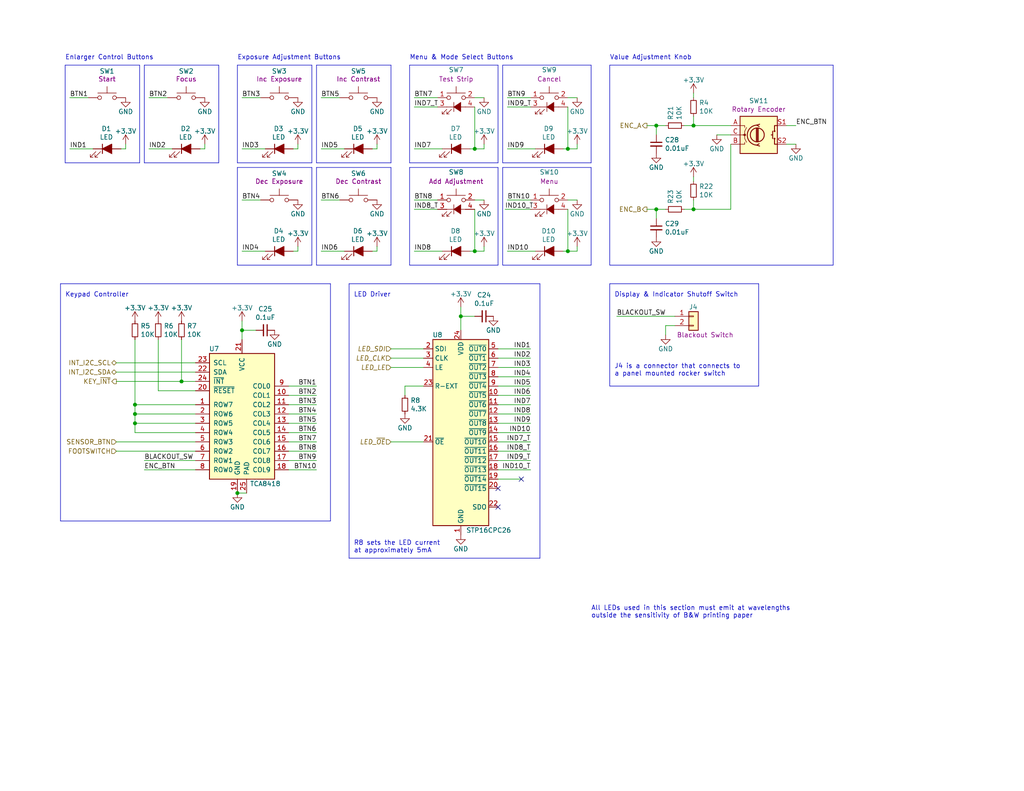
<source format=kicad_sch>
(kicad_sch (version 20230121) (generator eeschema)
  (paper "USLetter")
  (title_block (title "Printalyzer - Main Board (User Input)") (date "2023-03-16") (rev "B") (company "Dektronics, Inc.") (comment 1 "Derek Konigsberg"))
  (lib_symbols
    (symbol "Connector_Generic:Conn_01x02" (pin_names (offset 1.016) hide)
      (property "Reference" "J" (at 0 2.54 0))
      (property "Value" "Conn_01x02" (at 0 -5.08 0))
      (symbol "Conn_01x02_1_1"
        (pin passive line (at -5.08 0 0) (length 3.81) (name "Pin_1") (number "1"))
        (pin passive line (at -5.08 -2.54 0) (length 3.81) (name "Pin_2") (number "2"))
      )
    )
    (symbol "Device:C_Small" (pin_numbers hide) (pin_names (offset 0.254) hide)
      (property "Reference" "C" (at 0.254 1.778 0))
      (property "Value" "C_Small" (at 0.254 -2.032 0))
      (symbol "C_Small_1_1"
        (pin passive line (at 0 2.54 270) (length 2.032) (name "~") (number "1"))
        (pin passive line (at 0 -2.54 90) (length 2.032) (name "~") (number "2"))
      )
    )
    (symbol "Device:LED_Filled" (pin_numbers hide) (pin_names (offset 1.016) hide)
      (property "Reference" "D" (at 0 2.54 0))
      (property "Value" "LED_Filled" (at 0 -2.54 0))
      (symbol "LED_Filled_1_1"
        (pin passive line (at -3.81 0 0) (length 2.54) (name "K") (number "1"))
        (pin passive line (at 3.81 0 180) (length 2.54) (name "A") (number "2"))
      )
    )
    (symbol "Device:R_Small" (pin_numbers hide) (pin_names (offset 0.254) hide)
      (property "Reference" "R" (at 0.762 0.508 0))
      (property "Value" "R_Small" (at 0.762 -1.016 0))
      (symbol "R_Small_1_1"
        (pin passive line (at 0 2.54 270) (length 0.762) (name "~") (number "1"))
        (pin passive line (at 0 -2.54 90) (length 0.762) (name "~") (number "2"))
      )
    )
    (symbol "Device:RotaryEncoder_Switch" (pin_names (offset 0.254) hide)
      (property "Reference" "SW" (at 0 6.604 0))
      (property "Value" "RotaryEncoder_Switch" (at 0 -6.604 0))
      (symbol "RotaryEncoder_Switch_1_1"
        (pin passive line (at -7.62 2.54 0) (length 2.54) (name "A") (number "A"))
        (pin passive line (at -7.62 -2.54 0) (length 2.54) (name "B") (number "B"))
        (pin passive line (at -7.62 0 0) (length 2.54) (name "C") (number "C"))
        (pin passive line (at 7.62 2.54 180) (length 2.54) (name "S1") (number "S1"))
        (pin passive line (at 7.62 -2.54 180) (length 2.54) (name "S2") (number "S2"))
      )
    )
    (symbol "Marquadt_Switch:SW_Key_6425_0101" (pin_numbers hide) (pin_names (offset 1.016) hide)
      (property "Reference" "SW" (at 1.27 2.54 0))
      (property "Value" "SW_Key_6425_0101" (at 0 -1.524 0))
      (symbol "SW_Key_6425_0101_0_1"
        (pin passive line (at -5.08 0 0) (length 2.54) (name "1") (number "1"))
        (pin passive line (at 5.08 0 180) (length 2.54) (name "2") (number "2"))
      )
    )
    (symbol "Marquadt_Switch:SW_Key_6425_0101_LED" (pin_names (offset 1.016) hide)
      (property "Reference" "SW" (at 0.635 5.715 0))
      (property "Value" "SW_Key_6425_0101_LED" (at 0 -3.175 0))
      (symbol "SW_Key_6425_0101_LED_0_1"
        (pin passive line (at -5.08 2.54 0) (length 2.54) (name "1") (number "1"))
        (pin passive line (at 5.08 2.54 180) (length 2.54) (name "2") (number "2"))
        (pin passive line (at -5.08 0 0) (length 2.54) (name "K") (number "3"))
        (pin passive line (at 5.08 0 180) (length 2.54) (name "A") (number "4"))
      )
    )
    (symbol "Marquadt_Switch:SW_Key_6425_1101_023" (pin_numbers hide) (pin_names (offset 1.016) hide)
      (property "Reference" "SW" (at 1.27 2.54 0))
      (property "Value" "SW_Key_6425_1101_023" (at 0 -1.524 0))
      (symbol "SW_Key_6425_1101_023_0_1"
        (pin passive line (at -5.08 0 0) (length 2.54) (name "1") (number "1"))
        (pin passive line (at 5.08 0 180) (length 2.54) (name "2") (number "2"))
      )
    )
    (symbol "Project:STP16CPC26"
      (property "Reference" "U" (at -7.62 26.67 0))
      (property "Value" "STP16CPC26" (at 1.27 26.67 0))
      (symbol "STP16CPC26_1_1"
        (pin power_in line (at 0 -27.94 90) (length 2.54) (name "GND") (number "1"))
        (pin output line (at 10.16 10.16 180) (length 2.54) (name "~{OUT5}") (number "10"))
        (pin output line (at 10.16 7.62 180) (length 2.54) (name "~{OUT6}") (number "11"))
        (pin output line (at 10.16 5.08 180) (length 2.54) (name "~{OUT7}") (number "12"))
        (pin output line (at 10.16 2.54 180) (length 2.54) (name "~{OUT8}") (number "13"))
        (pin output line (at 10.16 0 180) (length 2.54) (name "~{OUT9}") (number "14"))
        (pin output line (at 10.16 -2.54 180) (length 2.54) (name "~{OUT10}") (number "15"))
        (pin output line (at 10.16 -5.08 180) (length 2.54) (name "~{OUT11}") (number "16"))
        (pin output line (at 10.16 -7.62 180) (length 2.54) (name "~{OUT12}") (number "17"))
        (pin output line (at 10.16 -10.16 180) (length 2.54) (name "~{OUT13}") (number "18"))
        (pin output line (at 10.16 -12.7 180) (length 2.54) (name "~{OUT14}") (number "19"))
        (pin input line (at -10.16 22.86 0) (length 2.54) (name "SDI") (number "2"))
        (pin output line (at 10.16 -15.24 180) (length 2.54) (name "~{OUT15}") (number "20"))
        (pin input line (at -10.16 -2.54 0) (length 2.54) (name "~{OE}") (number "21"))
        (pin output line (at 10.16 -20.32 180) (length 2.54) (name "SDO") (number "22"))
        (pin passive line (at -10.16 12.7 0) (length 2.54) (name "R-EXT") (number "23"))
        (pin power_in line (at 0 27.94 270) (length 2.54) (name "VDD") (number "24"))
        (pin input line (at -10.16 20.32 0) (length 2.54) (name "CLK") (number "3"))
        (pin input line (at -10.16 17.78 0) (length 2.54) (name "LE") (number "4"))
        (pin output line (at 10.16 22.86 180) (length 2.54) (name "~{OUT0}") (number "5"))
        (pin output line (at 10.16 20.32 180) (length 2.54) (name "~{OUT1}") (number "6"))
        (pin output line (at 10.16 17.78 180) (length 2.54) (name "~{OUT2}") (number "7"))
        (pin output line (at 10.16 15.24 180) (length 2.54) (name "~{OUT3}") (number "8"))
        (pin output line (at 10.16 12.7 180) (length 2.54) (name "~{OUT4}") (number "9"))
      )
    )
    (symbol "Project:TCA8418" (pin_names (offset 1.016))
      (property "Reference" "U" (at -8.89 19.05 0))
      (property "Value" "TCA8418" (at 1.27 19.05 0))
      (property "Datasheet" "http://www.ti.com/lit/ds/symlink/tca8418.pdf" (at 2.54 -2.54 0))
      (symbol "TCA8418_1_1"
        (pin bidirectional line (at -12.7 3.81 0) (length 3.81) (name "ROW7") (number "1"))
        (pin bidirectional line (at 12.7 6.35 180) (length 3.81) (name "COL1") (number "10"))
        (pin bidirectional line (at 12.7 3.81 180) (length 3.81) (name "COL2") (number "11"))
        (pin bidirectional line (at 12.7 1.27 180) (length 3.81) (name "COL3") (number "12"))
        (pin bidirectional line (at 12.7 -1.27 180) (length 3.81) (name "COL4") (number "13"))
        (pin bidirectional line (at 12.7 -3.81 180) (length 3.81) (name "COL5") (number "14"))
        (pin bidirectional line (at 12.7 -6.35 180) (length 3.81) (name "COL6") (number "15"))
        (pin bidirectional line (at 12.7 -8.89 180) (length 3.81) (name "COL7") (number "16"))
        (pin bidirectional line (at 12.7 -11.43 180) (length 3.81) (name "COL8") (number "17"))
        (pin bidirectional line (at 12.7 -13.97 180) (length 3.81) (name "COL9") (number "18"))
        (pin power_in line (at -1.27 -20.32 90) (length 3.81) (name "GND") (number "19"))
        (pin bidirectional line (at -12.7 1.27 0) (length 3.81) (name "ROW6") (number "2"))
        (pin input line (at -12.7 7.62 0) (length 3.81) (name "~{RESET}") (number "20"))
        (pin power_in line (at 0 21.59 270) (length 3.81) (name "VCC") (number "21"))
        (pin bidirectional line (at -12.7 12.7 0) (length 3.81) (name "SDA") (number "22"))
        (pin input line (at -12.7 15.24 0) (length 3.81) (name "SCL") (number "23"))
        (pin open_collector line (at -12.7 10.16 0) (length 3.81) (name "~{INT}") (number "24"))
        (pin power_in line (at 1.27 -20.32 90) (length 3.81) (name "PAD") (number "25"))
        (pin bidirectional line (at -12.7 -1.27 0) (length 3.81) (name "ROW5") (number "3"))
        (pin bidirectional line (at -12.7 -3.81 0) (length 3.81) (name "ROW4") (number "4"))
        (pin bidirectional line (at -12.7 -6.35 0) (length 3.81) (name "ROW3") (number "5"))
        (pin bidirectional line (at -12.7 -8.89 0) (length 3.81) (name "ROW2") (number "6"))
        (pin bidirectional line (at -12.7 -11.43 0) (length 3.81) (name "ROW1") (number "7"))
        (pin bidirectional line (at -12.7 -13.97 0) (length 3.81) (name "ROW0") (number "8"))
        (pin bidirectional line (at 12.7 8.89 180) (length 3.81) (name "COL0") (number "9"))
      )
    )
    (symbol "power:+3.3V" (power) (pin_names (offset 0))
      (property "Value" "+3.3V" (at 0 3.556 0))
      (symbol "+3.3V_1_1"
        (pin power_in line (at 0 0 90) (length 0) hide (name "+3.3V") (number "1"))
      )
    )
    (symbol "power:GND" (power) (pin_names (offset 0))
      (property "Value" "GND" (at 0 -3.81 0))
      (symbol "GND_1_1"
        (pin power_in line (at 0 0 270) (length 0) hide (name "GND") (number "1"))
      )
    )
  )
  (junction (at 129.54 68.58))
  (junction (at 125.73 86.36))
  (junction (at 189.23 34.29))
  (junction (at 154.94 40.64))
  (junction (at 64.77 134.62))
  (junction (at 179.07 34.29))
  (junction (at 66.04 90.17))
  (junction (at 189.23 57.15))
  (junction (at 49.53 104.14))
  (junction (at 36.83 113.03))
  (junction (at 129.54 40.64))
  (junction (at 36.83 110.49))
  (junction (at 179.07 57.15))
  (junction (at 36.83 115.57))
  (junction (at 154.94 68.58))
  (no_connect (at 142.24 130.81))
  (no_connect (at 135.89 133.35))
  (no_connect (at 135.89 138.43))
  (wire (pts (xy 53.34 104.14) (xy 49.53 104.14)))
  (wire (pts (xy 135.89 123.19) (xy 144.78 123.19)))
  (wire (pts (xy 135.89 113.03) (xy 144.78 113.03)))
  (wire (pts (xy 19.05 40.64) (xy 25.4 40.64)))
  (wire (pts (xy 31.75 123.19) (xy 53.34 123.19)))
  (wire (pts (xy 69.85 90.17) (xy 66.04 90.17)))
  (polyline (pts (xy 64.77 44.45) (xy 85.09 44.45)))
  (polyline (pts (xy 86.36 44.45) (xy 106.68 44.45)))
  (wire (pts (xy 102.87 67.31) (xy 102.87 68.58)))
  (wire (pts (xy 199.39 34.29) (xy 189.23 34.29)))
  (wire (pts (xy 129.54 57.15) (xy 129.54 68.58)))
  (wire (pts (xy 81.28 39.37) (xy 81.28 40.64)))
  (wire (pts (xy 129.54 86.36) (xy 125.73 86.36)))
  (wire (pts (xy 78.74 115.57) (xy 86.36 115.57)))
  (wire (pts (xy 138.43 29.21) (xy 144.78 29.21)))
  (polyline (pts (xy 59.69 44.45) (xy 59.69 17.78)))
  (wire (pts (xy 66.04 87.63) (xy 66.04 90.17)))
  (wire (pts (xy 67.31 134.62) (xy 64.77 134.62)))
  (polyline (pts (xy 166.37 72.39) (xy 227.33 72.39)))
  (wire (pts (xy 199.39 39.37) (xy 199.39 57.15)))
  (wire (pts (xy 40.64 40.64) (xy 46.99 40.64)))
  (polyline (pts (xy 147.32 152.4) (xy 147.32 77.47)))
  (wire (pts (xy 179.07 59.69) (xy 179.07 57.15)))
  (wire (pts (xy 135.89 105.41) (xy 144.78 105.41)))
  (polyline (pts (xy 86.36 45.72) (xy 86.36 72.39)))
  (wire (pts (xy 189.23 48.26) (xy 189.23 49.53)))
  (polyline (pts (xy 95.25 152.4) (xy 147.32 152.4)))
  (wire (pts (xy 113.03 54.61) (xy 119.38 54.61)))
  (wire (pts (xy 36.83 110.49) (xy 36.83 113.03)))
  (wire (pts (xy 102.87 39.37) (xy 102.87 40.64)))
  (polyline (pts (xy 106.68 72.39) (xy 106.68 45.72)))
  (polyline (pts (xy 64.77 72.39) (xy 85.09 72.39)))
  (polyline (pts (xy 166.37 105.41) (xy 207.01 105.41)))
  (polyline (pts (xy 85.09 17.78) (xy 64.77 17.78)))
  (wire (pts (xy 135.89 97.79) (xy 144.78 97.79)))
  (wire (pts (xy 78.74 118.11) (xy 86.36 118.11)))
  (wire (pts (xy 66.04 26.67) (xy 71.12 26.67)))
  (wire (pts (xy 154.94 40.64) (xy 153.67 40.64)))
  (polyline (pts (xy 90.17 77.47) (xy 16.51 77.47)))
  (wire (pts (xy 87.63 54.61) (xy 92.71 54.61)))
  (wire (pts (xy 157.48 26.67) (xy 154.94 26.67)))
  (wire (pts (xy 157.48 39.37) (xy 157.48 40.64)))
  (wire (pts (xy 87.63 68.58) (xy 93.98 68.58)))
  (wire (pts (xy 66.04 68.58) (xy 72.39 68.58)))
  (polyline (pts (xy 85.09 45.72) (xy 64.77 45.72)))
  (polyline (pts (xy 86.36 72.39) (xy 106.68 72.39)))
  (polyline (pts (xy 227.33 17.78) (xy 166.37 17.78)))
  (wire (pts (xy 115.57 105.41) (xy 110.49 105.41)))
  (polyline (pts (xy 135.89 45.72) (xy 111.76 45.72)))
  (polyline (pts (xy 227.33 72.39) (xy 227.33 17.78)))
  (polyline (pts (xy 207.01 77.47) (xy 166.37 77.47)))
  (wire (pts (xy 214.63 39.37) (xy 217.17 39.37)))
  (wire (pts (xy 106.68 95.25) (xy 115.57 95.25)))
  (wire (pts (xy 55.88 40.64) (xy 54.61 40.64)))
  (wire (pts (xy 129.54 26.67) (xy 132.08 26.67)))
  (wire (pts (xy 189.23 25.4) (xy 189.23 26.67)))
  (polyline (pts (xy 106.68 17.78) (xy 86.36 17.78)))
  (wire (pts (xy 181.61 88.9) (xy 181.61 91.44)))
  (wire (pts (xy 53.34 128.27) (xy 39.37 128.27)))
  (wire (pts (xy 132.08 68.58) (xy 129.54 68.58)))
  (polyline (pts (xy 161.29 44.45) (xy 161.29 17.78)))
  (wire (pts (xy 135.89 128.27) (xy 144.78 128.27)))
  (polyline (pts (xy 39.37 44.45) (xy 59.69 44.45)))
  (wire (pts (xy 31.75 101.6) (xy 53.34 101.6)))
  (wire (pts (xy 115.57 97.79) (xy 106.68 97.79)))
  (polyline (pts (xy 95.25 77.47) (xy 95.25 152.4)))
  (wire (pts (xy 113.03 57.15) (xy 119.38 57.15)))
  (wire (pts (xy 55.88 39.37) (xy 55.88 40.64)))
  (wire (pts (xy 157.48 54.61) (xy 154.94 54.61)))
  (wire (pts (xy 154.94 57.15) (xy 154.94 68.58)))
  (wire (pts (xy 179.07 34.29) (xy 176.53 34.29)))
  (wire (pts (xy 135.89 107.95) (xy 144.78 107.95)))
  (wire (pts (xy 113.03 29.21) (xy 119.38 29.21)))
  (wire (pts (xy 138.43 26.67) (xy 144.78 26.67)))
  (wire (pts (xy 34.29 40.64) (xy 33.02 40.64)))
  (polyline (pts (xy 17.78 44.45) (xy 38.1 44.45)))
  (polyline (pts (xy 135.89 44.45) (xy 135.89 17.78)))
  (wire (pts (xy 78.74 120.65) (xy 86.36 120.65)))
  (wire (pts (xy 81.28 40.64) (xy 80.01 40.64)))
  (wire (pts (xy 142.24 130.81) (xy 135.89 130.81)))
  (wire (pts (xy 199.39 36.83) (xy 195.58 36.83)))
  (wire (pts (xy 189.23 54.61) (xy 189.23 57.15)))
  (wire (pts (xy 135.89 120.65) (xy 144.78 120.65)))
  (polyline (pts (xy 166.37 77.47) (xy 166.37 105.41)))
  (polyline (pts (xy 147.32 77.47) (xy 95.25 77.47)))
  (wire (pts (xy 66.04 40.64) (xy 72.39 40.64)))
  (wire (pts (xy 135.89 115.57) (xy 144.78 115.57)))
  (wire (pts (xy 179.07 57.15) (xy 176.53 57.15)))
  (wire (pts (xy 78.74 123.19) (xy 86.36 123.19)))
  (polyline (pts (xy 161.29 17.78) (xy 137.16 17.78)))
  (polyline (pts (xy 90.17 142.24) (xy 90.17 77.47)))
  (wire (pts (xy 137.795 57.15) (xy 144.78 57.15)))
  (wire (pts (xy 53.34 120.65) (xy 31.75 120.65)))
  (wire (pts (xy 78.74 128.27) (xy 86.36 128.27)))
  (wire (pts (xy 214.63 34.29) (xy 217.17 34.29)))
  (polyline (pts (xy 64.77 17.78) (xy 64.77 44.45)))
  (polyline (pts (xy 39.37 17.78) (xy 39.37 44.45)))
  (wire (pts (xy 36.83 115.57) (xy 36.83 118.11)))
  (wire (pts (xy 157.48 40.64) (xy 154.94 40.64)))
  (wire (pts (xy 53.34 99.06) (xy 31.75 99.06)))
  (wire (pts (xy 181.61 57.15) (xy 179.07 57.15)))
  (wire (pts (xy 199.39 57.15) (xy 189.23 57.15)))
  (wire (pts (xy 53.34 110.49) (xy 36.83 110.49)))
  (wire (pts (xy 34.29 39.37) (xy 34.29 40.64)))
  (wire (pts (xy 78.74 107.95) (xy 86.36 107.95)))
  (wire (pts (xy 125.73 86.36) (xy 125.73 90.17)))
  (wire (pts (xy 135.89 102.87) (xy 144.78 102.87)))
  (polyline (pts (xy 38.1 17.78) (xy 17.78 17.78)))
  (wire (pts (xy 36.83 113.03) (xy 36.83 115.57)))
  (wire (pts (xy 135.89 118.11) (xy 144.78 118.11)))
  (wire (pts (xy 189.23 57.15) (xy 186.69 57.15)))
  (wire (pts (xy 184.15 86.36) (xy 168.275 86.36)))
  (wire (pts (xy 81.28 67.31) (xy 81.28 68.58)))
  (polyline (pts (xy 17.78 17.78) (xy 17.78 44.45)))
  (wire (pts (xy 129.54 68.58) (xy 128.27 68.58)))
  (wire (pts (xy 66.04 54.61) (xy 71.12 54.61)))
  (wire (pts (xy 39.37 125.73) (xy 53.34 125.73)))
  (polyline (pts (xy 86.36 17.78) (xy 86.36 44.45)))
  (wire (pts (xy 113.03 26.67) (xy 119.38 26.67)))
  (wire (pts (xy 102.87 40.64) (xy 101.6 40.64)))
  (wire (pts (xy 189.23 34.29) (xy 186.69 34.29)))
  (wire (pts (xy 78.74 110.49) (xy 86.36 110.49)))
  (polyline (pts (xy 207.01 105.41) (xy 207.01 77.47)))
  (polyline (pts (xy 111.76 45.72) (xy 111.76 72.39)))
  (wire (pts (xy 184.15 88.9) (xy 181.61 88.9)))
  (wire (pts (xy 115.57 120.65) (xy 106.68 120.65)))
  (wire (pts (xy 78.74 113.03) (xy 86.36 113.03)))
  (wire (pts (xy 138.43 68.58) (xy 146.05 68.58)))
  (polyline (pts (xy 106.68 45.72) (xy 86.36 45.72)))
  (polyline (pts (xy 16.51 142.24) (xy 90.17 142.24)))
  (wire (pts (xy 49.53 92.71) (xy 49.53 104.14)))
  (wire (pts (xy 53.34 106.68) (xy 43.18 106.68)))
  (polyline (pts (xy 111.76 44.45) (xy 135.89 44.45)))
  (wire (pts (xy 132.08 40.64) (xy 129.54 40.64)))
  (wire (pts (xy 157.48 67.31) (xy 157.48 68.58)))
  (polyline (pts (xy 85.09 44.45) (xy 85.09 17.78)))
  (wire (pts (xy 135.89 110.49) (xy 144.78 110.49)))
  (polyline (pts (xy 106.68 44.45) (xy 106.68 17.78)))
  (wire (pts (xy 78.74 125.73) (xy 86.36 125.73)))
  (wire (pts (xy 53.34 113.03) (xy 36.83 113.03)))
  (wire (pts (xy 113.03 40.64) (xy 120.65 40.64)))
  (wire (pts (xy 40.64 26.67) (xy 45.72 26.67)))
  (wire (pts (xy 179.07 36.83) (xy 179.07 34.29)))
  (wire (pts (xy 189.23 31.75) (xy 189.23 34.29)))
  (wire (pts (xy 110.49 105.41) (xy 110.49 107.95)))
  (wire (pts (xy 78.74 105.41) (xy 86.36 105.41)))
  (polyline (pts (xy 85.09 72.39) (xy 85.09 45.72)))
  (polyline (pts (xy 166.37 17.78) (xy 166.37 72.39)))
  (wire (pts (xy 53.34 118.11) (xy 36.83 118.11)))
  (wire (pts (xy 43.18 106.68) (xy 43.18 92.71)))
  (polyline (pts (xy 137.16 72.39) (xy 161.29 72.39)))
  (polyline (pts (xy 137.16 45.72) (xy 137.16 72.39)))
  (wire (pts (xy 154.94 68.58) (xy 153.67 68.58)))
  (wire (pts (xy 87.63 40.64) (xy 93.98 40.64)))
  (wire (pts (xy 36.83 92.71) (xy 36.83 110.49)))
  (polyline (pts (xy 135.89 72.39) (xy 135.89 45.72)))
  (wire (pts (xy 113.03 68.58) (xy 120.65 68.58)))
  (wire (pts (xy 157.48 68.58) (xy 154.94 68.58)))
  (wire (pts (xy 129.54 54.61) (xy 132.08 54.61)))
  (polyline (pts (xy 64.77 45.72) (xy 64.77 72.39)))
  (polyline (pts (xy 38.1 44.45) (xy 38.1 17.78)))
  (wire (pts (xy 102.87 68.58) (xy 101.6 68.58)))
  (wire (pts (xy 181.61 34.29) (xy 179.07 34.29)))
  (wire (pts (xy 129.54 29.21) (xy 129.54 40.64)))
  (polyline (pts (xy 161.29 45.72) (xy 137.16 45.72)))
  (polyline (pts (xy 111.76 17.78) (xy 111.76 44.45)))
  (wire (pts (xy 19.05 26.67) (xy 24.13 26.67)))
  (wire (pts (xy 87.63 26.67) (xy 92.71 26.67)))
  (wire (pts (xy 135.89 125.73) (xy 144.78 125.73)))
  (wire (pts (xy 129.54 40.64) (xy 128.27 40.64)))
  (polyline (pts (xy 111.76 72.39) (xy 135.89 72.39)))
  (polyline (pts (xy 16.51 77.47) (xy 16.51 142.24)))
  (wire (pts (xy 138.43 40.64) (xy 146.05 40.64)))
  (wire (pts (xy 154.94 29.21) (xy 154.94 40.64)))
  (wire (pts (xy 138.43 54.61) (xy 144.78 54.61)))
  (polyline (pts (xy 137.16 17.78) (xy 137.16 44.45)))
  (polyline (pts (xy 161.29 72.39) (xy 161.29 45.72)))
  (polyline (pts (xy 137.16 44.45) (xy 161.29 44.45)))
  (wire (pts (xy 135.89 100.33) (xy 144.78 100.33)))
  (polyline (pts (xy 59.69 17.78) (xy 39.37 17.78)))
  (wire (pts (xy 125.73 83.82) (xy 125.73 86.36)))
  (wire (pts (xy 106.68 100.33) (xy 115.57 100.33)))
  (wire (pts (xy 66.04 90.17) (xy 66.04 92.71)))
  (wire (pts (xy 132.08 39.37) (xy 132.08 40.64)))
  (polyline (pts (xy 135.89 17.78) (xy 111.76 17.78)))
  (wire (pts (xy 53.34 115.57) (xy 36.83 115.57)))
  (wire (pts (xy 135.89 95.25) (xy 144.78 95.25)))
  (wire (pts (xy 81.28 68.58) (xy 80.01 68.58)))
  (wire (pts (xy 49.53 104.14) (xy 31.75 104.14)))
  (wire (pts (xy 132.08 67.31) (xy 132.08 68.58)))
  (text "Menu & Mode Select Buttons" (at 111.76 16.51 0) (effects (font (size 1.27 1.27)) (justify left bottom)))
  (text "Enlarger Control Buttons" (at 17.78 16.51 0) (effects (font (size 1.27 1.27)) (justify left bottom)))
  (text "Keypad Controller" (at 17.78 81.28 0) (effects (font (size 1.27 1.27)) (justify left bottom)))
  (text "Exposure Adjustment Buttons" (at 64.77 16.51 0) (effects (font (size 1.27 1.27)) (justify left bottom)))
  (text "Display & Indicator Shutoff Switch" (at 167.64 81.28 0) (effects (font (size 1.27 1.27)) (justify left bottom)))
  (text "All LEDs used in this section must emit at wavelengths\noutside the sensitivity of B&W printing paper" (at 161.29 168.91 0) (effects (font (size 1.27 1.27)) (justify left bottom)))
  (text "Value Adjustment Knob" (at 166.37 16.51 0) (effects (font (size 1.27 1.27)) (justify left bottom)))
  (text "LED Driver" (at 96.52 81.28 0) (effects (font (size 1.27 1.27)) (justify left bottom)))
  (text "R8 sets the LED current\nat approximately 5mA" (at 96.52 151.13 0) (effects (font (size 1.27 1.27)) (justify left bottom)))
  (text "J4 is a connector that connects to\na panel mounted rocker switch" (at 167.64 102.87 0) (effects (font (size 1.27 1.27)) (justify left bottom)))
  (label "BTN8" (at 86.36 123.19 180))
  (label "IND10" (at 144.78 118.11 180))
  (label "BTN10" (at 86.36 128.27 180))
  (label "BTN8" (at 113.03 54.61 0))
  (label "BTN9" (at 86.36 125.73 180))
  (label "IND7_T" (at 144.78 120.65 180))
  (label "ENC_BTN" (at 39.37 128.27 0))
  (label "IND8_T" (at 113.03 57.15 0))
  (label "IND3" (at 144.78 100.33 180))
  (label "BTN4" (at 86.36 113.03 180))
  (label "BTN5" (at 86.36 115.57 180))
  (label "IND10" (at 138.43 68.58 0))
  (label "BTN2" (at 86.36 107.95 180))
  (label "IND9" (at 144.78 115.57 180))
  (label "BTN1" (at 86.36 105.41 180))
  (label "BTN3" (at 86.36 110.49 180))
  (label "IND5" (at 144.78 105.41 180))
  (label "IND10_T" (at 137.795 57.15 0))
  (label "BLACKOUT_SW" (at 168.275 86.36 0))
  (label "IND7_T" (at 113.03 29.21 0))
  (label "BTN10" (at 138.43 54.61 0))
  (label "BLACKOUT_SW" (at 39.37 125.73 0))
  (label "BTN2" (at 40.64 26.67 0))
  (label "IND2" (at 144.78 97.79 180))
  (label "IND9_T" (at 138.43 29.21 0))
  (label "IND7" (at 113.03 40.64 0))
  (label "IND4" (at 66.04 68.58 0))
  (label "BTN5" (at 87.63 26.67 0))
  (label "ENC_BTN" (at 217.17 34.29 0))
  (label "IND3" (at 66.04 40.64 0))
  (label "BTN7" (at 113.03 26.67 0))
  (label "IND5" (at 87.63 40.64 0))
  (label "IND8_T" (at 144.78 123.19 180))
  (label "IND1" (at 19.05 40.64 0))
  (label "IND1" (at 144.78 95.25 180))
  (label "IND4" (at 144.78 102.87 180))
  (label "IND8" (at 144.78 113.03 180))
  (label "IND6" (at 87.63 68.58 0))
  (label "IND8" (at 113.03 68.58 0))
  (label "BTN6" (at 87.63 54.61 0))
  (label "IND2" (at 40.64 40.64 0))
  (label "IND6" (at 144.78 107.95 180))
  (label "BTN6" (at 86.36 118.11 180))
  (label "BTN7" (at 86.36 120.65 180))
  (label "BTN1" (at 19.05 26.67 0))
  (label "BTN9" (at 138.43 26.67 0))
  (label "IND10_T" (at 144.78 128.27 180))
  (label "IND7" (at 144.78 110.49 180))
  (label "BTN4" (at 66.04 54.61 0))
  (label "BTN3" (at 66.04 26.67 0))
  (label "IND9" (at 138.43 40.64 0))
  (label "IND9_T" (at 144.78 125.73 180))
  (hierarchical_label "KEY_~{INT}" (shape output) (at 31.75 104.14 180))
  (hierarchical_label "LED_SDI" (shape input) (at 106.68 95.25 180) (effects (font italic)))
  (hierarchical_label "LED_CLK" (shape input) (at 106.68 97.79 180) (effects (font italic)))
  (hierarchical_label "SENSOR_BTN" (shape input) (at 31.75 120.65 180))
  (hierarchical_label "FOOTSWITCH" (shape input) (at 31.75 123.19 180))
  (hierarchical_label "ENC_B" (shape output) (at 176.53 57.15 180))
  (hierarchical_label "LED_LE" (shape input) (at 106.68 100.33 180) (effects (font italic)))
  (hierarchical_label "INT_I2C_SDA" (shape bidirectional) (at 31.75 101.6 180))
  (hierarchical_label "LED_~{OE}" (shape input) (at 106.68 120.65 180) (effects (font italic)))
  (hierarchical_label "ENC_A" (shape output) (at 176.53 34.29 180))
  (hierarchical_label "INT_I2C_SCL" (shape bidirectional) (at 31.75 99.06 180))
  (symbol (lib_id "Project:TCA8418") (at 66.04 114.3 0) (unit 1)
    (property "Reference" "U7" (at 58.42 95.25 0))
    (property "Value" "TCA8418" (at 72.39 132.08 0))
    (property "Footprint" "lib_fp:WQFN-24-1EP_4x4mm_P0.5mm_EP2.45x2.45mm" (effects hide))
    (property "Datasheet" "http://www.ti.com/lit/ds/symlink/tca8418.pdf" (effects hide))
    (property "Description" "IC KEYPAD SCAN DEVICE I2C 24WQFN" (effects hide))
    (property "Manufacturer" "Texas Instruments" (effects hide))
    (property "Manufacturer PN" "TCA8418RTWR" (effects hide))
    (property "Supplier" "Digi-Key" (effects hide))
    (property "Supplier PN" "296-25223-1-ND" (effects hide))
  )
  (symbol (lib_id "Marquadt_Switch:SW_Key_6425_1101_023") (at 29.21 26.67 0) (unit 1)
    (property "Reference" "SW1" (at 29.21 19.431 0))
    (property "Value" "SW_Push_Long" (effects hide))
    (property "Footprint" "lib_fp:SW_Key_6425_1101_023" (effects hide))
    (property "Datasheet" "https://www.marquardt-switches.com/PLM-uploads/kzeichnung/64251101_00_K.pdf" (effects hide))
    (property "User Label" "Start" (at 29.21 21.59 0))
    (property "Description" "PUSHBUTTON SPNO" (effects hide))
    (property "Manufacturer" "Marquardt Switches" (effects hide))
    (property "Manufacturer PN" "6425.1101" (effects hide))
    (property "Supplier" "Mouser" (effects hide))
    (property "Supplier PN" "979-6425.1101" (effects hide))
  )
  (symbol (lib_id "Marquadt_Switch:SW_Key_6425_1101_023") (at 50.8 26.67 0) (unit 1)
    (property "Reference" "SW2" (at 50.8 19.431 0))
    (property "Value" "SW_Push_Long" (effects hide))
    (property "Footprint" "lib_fp:SW_Key_6425_1101_023" (effects hide))
    (property "Datasheet" "https://www.marquardt-switches.com/PLM-uploads/kzeichnung/64251101_00_K.pdf" (effects hide))
    (property "User Label" "Focus" (at 50.8 21.59 0))
    (property "Description" "PUSHBUTTON SPNO" (effects hide))
    (property "Manufacturer" "Marquardt Switches" (effects hide))
    (property "Manufacturer PN" "6425.1101" (effects hide))
    (property "Supplier" "Mouser" (effects hide))
    (property "Supplier PN" "979-6425.1101" (effects hide))
  )
  (symbol (lib_id "Marquadt_Switch:SW_Key_6425_0101") (at 76.2 26.67 0) (unit 1)
    (property "Reference" "SW3" (at 76.2 19.431 0))
    (property "Value" "SW_Push" (effects hide))
    (property "Footprint" "lib_fp:SW_Key_6425_0101" (effects hide))
    (property "Datasheet" "https://www.marquardt-switches.com/PLM-uploads/kzeichnung/64250101_00_K.pdf" (effects hide))
    (property "User Label" "Inc Exposure" (at 76.2 21.59 0))
    (property "Description" "PUSHBUTTON SPNO" (effects hide))
    (property "Manufacturer" "Marquardt Switches" (effects hide))
    (property "Manufacturer PN" "6425.0101" (effects hide))
    (property "Supplier" "Mouser" (effects hide))
    (property "Supplier PN" "979-6425.0101" (effects hide))
  )
  (symbol (lib_id "Marquadt_Switch:SW_Key_6425_0101") (at 97.79 54.61 0) (unit 1)
    (property "Reference" "SW6" (at 97.79 47.371 0))
    (property "Value" "SW_Push" (effects hide))
    (property "Footprint" "lib_fp:SW_Key_6425_0101" (effects hide))
    (property "Datasheet" "https://www.marquardt-switches.com/PLM-uploads/kzeichnung/64250101_00_K.pdf" (effects hide))
    (property "User Label" "Dec Contrast" (at 97.79 49.53 0))
    (property "Description" "PUSHBUTTON SPNO" (effects hide))
    (property "Manufacturer" "Marquardt Switches" (effects hide))
    (property "Manufacturer PN" "6425.0101" (effects hide))
    (property "Supplier" "Mouser" (effects hide))
    (property "Supplier PN" "979-6425.0101" (effects hide))
  )
  (symbol (lib_id "Marquadt_Switch:SW_Key_6425_0101") (at 97.79 26.67 0) (unit 1)
    (property "Reference" "SW5" (at 97.79 19.431 0))
    (property "Value" "SW_Push" (effects hide))
    (property "Footprint" "lib_fp:SW_Key_6425_0101" (effects hide))
    (property "Datasheet" "https://www.marquardt-switches.com/PLM-uploads/kzeichnung/64250101_00_K.pdf" (effects hide))
    (property "User Label" "Inc Contrast" (at 97.79 21.59 0))
    (property "Description" "PUSHBUTTON SPNO" (effects hide))
    (property "Manufacturer" "Marquardt Switches" (effects hide))
    (property "Manufacturer PN" "6425.0101" (effects hide))
    (property "Supplier" "Mouser" (effects hide))
    (property "Supplier PN" "979-6425.0101" (effects hide))
  )
  (symbol (lib_id "Marquadt_Switch:SW_Key_6425_0101") (at 76.2 54.61 0) (unit 1)
    (property "Reference" "SW4" (at 76.2 47.371 0))
    (property "Value" "SW_Push" (effects hide))
    (property "Footprint" "lib_fp:SW_Key_6425_0101" (effects hide))
    (property "Datasheet" "https://www.marquardt-switches.com/PLM-uploads/kzeichnung/64250101_00_K.pdf" (effects hide))
    (property "User Label" "Dec Exposure" (at 76.2 49.53 0))
    (property "Description" "PUSHBUTTON SPNO" (effects hide))
    (property "Manufacturer" "Marquardt Switches" (effects hide))
    (property "Manufacturer PN" "6425.0101" (effects hide))
    (property "Supplier" "Mouser" (effects hide))
    (property "Supplier PN" "979-6425.0101" (effects hide))
  )
  (symbol (lib_id "Marquadt_Switch:SW_Key_6425_0101_LED") (at 124.46 29.21 0) (unit 1)
    (property "Reference" "SW7" (at 124.46 19.05 0))
    (property "Value" "SW_Push_LED" (effects hide))
    (property "Footprint" "lib_fp:SW_Key_6425_0101_LED" (effects hide))
    (property "Datasheet" "https://www.marquardt-switches.com/PLM-uploads/kzeichnung/64250101_00_K.pdf" (effects hide))
    (property "User Label" "Test Strip" (at 124.46 21.59 0))
    (property "Description" "PUSHBUTTON SPNO RED LED" (effects hide))
    (property "Manufacturer" "Marquardt Switches" (effects hide))
    (property "Manufacturer PN" "6425.3111" (effects hide))
    (property "Supplier" "Mouser" (effects hide))
    (property "Supplier PN" "979-6425.3111" (effects hide))
  )
  (symbol (lib_id "Marquadt_Switch:SW_Key_6425_0101_LED") (at 124.46 57.15 0) (unit 1)
    (property "Reference" "SW8" (at 124.46 46.99 0))
    (property "Value" "SW_Push_LED" (effects hide))
    (property "Footprint" "lib_fp:SW_Key_6425_0101_LED" (effects hide))
    (property "Datasheet" "https://www.marquardt-switches.com/PLM-uploads/kzeichnung/64250101_00_K.pdf" (effects hide))
    (property "User Label" "Add Adjustment" (at 124.46 49.53 0))
    (property "Description" "PUSHBUTTON SPNO RED LED" (effects hide))
    (property "Manufacturer" "Marquardt Switches" (effects hide))
    (property "Manufacturer PN" "6425.3111" (effects hide))
    (property "Supplier" "Mouser" (effects hide))
    (property "Supplier PN" "979-6425.3111" (effects hide))
  )
  (symbol (lib_id "Marquadt_Switch:SW_Key_6425_0101_LED") (at 149.86 29.21 0) (unit 1)
    (property "Reference" "SW9" (at 149.86 19.05 0))
    (property "Value" "SW_Push_LED" (effects hide))
    (property "Footprint" "lib_fp:SW_Key_6425_0101_LED" (effects hide))
    (property "Datasheet" "https://www.marquardt-switches.com/PLM-uploads/kzeichnung/64250101_00_K.pdf" (effects hide))
    (property "User Label" "Cancel" (at 149.86 21.59 0))
    (property "Description" "PUSHBUTTON SPNO RED LED" (effects hide))
    (property "Manufacturer" "Marquardt Switches" (effects hide))
    (property "Manufacturer PN" "6425.3111" (effects hide))
    (property "Supplier" "Mouser" (effects hide))
    (property "Supplier PN" "979-6425.3111" (effects hide))
  )
  (symbol (lib_id "Marquadt_Switch:SW_Key_6425_0101_LED") (at 149.86 57.15 0) (unit 1)
    (property "Reference" "SW10" (at 149.86 46.99 0))
    (property "Value" "SW_Push_LED" (effects hide))
    (property "Footprint" "lib_fp:SW_Key_6425_0101_LED" (effects hide))
    (property "Datasheet" "https://www.marquardt-switches.com/PLM-uploads/kzeichnung/64250101_00_K.pdf" (effects hide))
    (property "User Label" "Menu" (at 149.86 49.53 0))
    (property "Description" "PUSHBUTTON SPNO RED LED" (effects hide))
    (property "Manufacturer" "Marquardt Switches" (effects hide))
    (property "Manufacturer PN" "6425.3111" (effects hide))
    (property "Supplier" "Mouser" (effects hide))
    (property "Supplier PN" "979-6425.3111" (effects hide))
  )
  (symbol (lib_id "Project:STP16CPC26") (at 125.73 118.11 0) (unit 1)
    (property "Reference" "U8" (at 119.38 91.44 0))
    (property "Value" "STP16CPC26" (at 133.35 144.78 0))
    (property "Footprint" "Package_SO:QSOP-24_3.9x8.7mm_P0.635mm" (effects hide))
    (property "Datasheet" "https://www.st.com/resource/en/datasheet/stp16cpc26.pdf" (effects hide))
    (property "Description" "IC LED DRVR LIN DIM 90MA 24QSOP" (effects hide))
    (property "Manufacturer" "STMicroelectronics" (effects hide))
    (property "Manufacturer PN" "STP16CPC26PTR" (effects hide))
    (property "Supplier" "Digi-Key" (effects hide))
    (property "Supplier PN" "497-11923-1-ND" (effects hide))
  )
  (symbol (lib_id "power:+3.3V") (at 125.73 83.82 0) (unit 1)
    (property "Reference" "#PWR060" (effects hide))
    (property "Value" "+3.3V" (at 125.73 80.264 0))
  )
  (symbol (lib_id "Device:C_Small") (at 132.08 86.36 270) (unit 1)
    (property "Reference" "C24" (at 132.08 80.5434 90))
    (property "Value" "0.1uF" (at 132.08 82.8548 90))
    (property "Footprint" "Capacitor_SMD:C_0603_1608Metric" (effects hide))
    (property "Datasheet" "https://media.digikey.com/pdf/Data%20Sheets/Samsung%20PDFs/CL_Series_MLCC_ds.pdf" (effects hide))
    (property "Description" "CAP CER 0.1UF 25V X7R 0603" (effects hide))
    (property "Manufacturer" "Samsung Electro-Mechanics" (effects hide))
    (property "Manufacturer PN" "CL10B104KA8NNNC" (effects hide))
    (property "Supplier" "Digi-Key" (effects hide))
    (property "Supplier PN" "1276-1006-1-ND" (effects hide))
  )
  (symbol (lib_id "power:GND") (at 134.62 86.36 0) (unit 1)
    (property "Reference" "#PWR061" (effects hide))
    (property "Value" "GND" (at 134.62 90.17 0))
  )
  (symbol (lib_id "Device:R_Small") (at 110.49 110.49 0) (unit 1)
    (property "Reference" "R8" (at 111.9886 109.3216 0) (effects (justify left)))
    (property "Value" "4.3K" (at 111.9886 111.633 0) (effects (justify left)))
    (property "Footprint" "Resistor_SMD:R_0603_1608Metric" (effects hide))
    (property "Datasheet" "https://www.vishay.com/docs/20035/dcrcwe3.pdf" (effects hide))
    (property "Description" "RES SMD 4.3K OHM 5% 1/10W 0603" (effects hide))
    (property "Manufacturer" "Vishay Dale" (effects hide))
    (property "Manufacturer PN" "CRCW06034K30JNEA" (effects hide))
    (property "Supplier" "Digi-Key" (effects hide))
    (property "Supplier PN" "541-4.3KGCT-ND" (effects hide))
  )
  (symbol (lib_id "power:GND") (at 125.73 146.05 0) (unit 1)
    (property "Reference" "#PWR069" (effects hide))
    (property "Value" "GND" (at 125.73 149.86 0))
  )
  (symbol (lib_id "power:GND") (at 110.49 113.03 0) (unit 1)
    (property "Reference" "#PWR067" (effects hide))
    (property "Value" "GND" (at 110.49 116.84 0))
  )
  (symbol (lib_id "Device:RotaryEncoder_Switch") (at 207.01 36.83 0) (unit 1)
    (property "Reference" "SW11" (at 207.01 27.5082 0))
    (property "Value" "Rotary_Encoder_Switch" (effects hide))
    (property "Footprint" "lib_fp:RotaryEncoder_CUI_ACZ11BR1E-Switch_Vertical_H15mm" (effects hide))
    (property "Datasheet" "https://www.cuidevices.com/product/resource/digikeypdf/acz11.pdf" (effects hide))
    (property "User Label" "Rotary Encoder" (at 207.01 29.845 0))
    (property "Description" "ROTARY ENCODER INCREMENT 20PPR" (effects hide))
    (property "Manufacturer" "CUI Devices" (effects hide))
    (property "Manufacturer PN" "ACZ11BR1E-15FD1-20C" (effects hide))
    (property "Supplier" "Digi-Key" (effects hide))
    (property "Supplier PN" "102-1767-ND" (effects hide))
  )
  (symbol (lib_id "Device:R_Small") (at 189.23 29.21 0) (unit 1)
    (property "Reference" "R4" (at 190.7286 28.0416 0) (effects (justify left)))
    (property "Value" "10K" (at 190.7286 30.353 0) (effects (justify left)))
    (property "Footprint" "Resistor_SMD:R_0603_1608Metric" (effects hide))
    (property "Datasheet" "https://www.vishay.com/docs/20035/dcrcwe3.pdf" (effects hide))
    (property "Description" "RES SMD 10K OHM 5% 1/10W 0603" (effects hide))
    (property "Manufacturer" "Vishay Dale" (effects hide))
    (property "Manufacturer PN" "CRCW060310K0JNEA" (effects hide))
    (property "Supplier" "Digi-Key" (effects hide))
    (property "Supplier PN" "541-10KGCT-ND" (effects hide))
  )
  (symbol (lib_id "Device:R_Small") (at 184.15 34.29 90) (unit 1)
    (property "Reference" "R21" (at 182.9816 32.7914 0) (effects (justify left)))
    (property "Value" "10K" (at 185.293 32.7914 0) (effects (justify left)))
    (property "Footprint" "Resistor_SMD:R_0603_1608Metric" (effects hide))
    (property "Datasheet" "https://www.vishay.com/docs/20035/dcrcwe3.pdf" (effects hide))
    (property "Description" "RES SMD 10K OHM 5% 1/10W 0603" (effects hide))
    (property "Manufacturer" "Vishay Dale" (effects hide))
    (property "Manufacturer PN" "CRCW060310K0JNEA" (effects hide))
    (property "Supplier" "Digi-Key" (effects hide))
    (property "Supplier PN" "541-10KGCT-ND" (effects hide))
  )
  (symbol (lib_id "power:GND") (at 195.58 36.83 0) (unit 1)
    (property "Reference" "#PWR075" (effects hide))
    (property "Value" "GND" (at 195.58 40.64 0))
  )
  (symbol (lib_id "Device:C_Small") (at 179.07 39.37 0) (unit 1)
    (property "Reference" "C28" (at 181.4068 38.2016 0) (effects (justify left)))
    (property "Value" "0.01uF" (at 181.4068 40.513 0) (effects (justify left)))
    (property "Footprint" "Capacitor_SMD:C_0603_1608Metric" (effects hide))
    (property "Datasheet" "https://media.digikey.com/pdf/Data%20Sheets/Samsung%20PDFs/CL_Series_MLCC_ds.pdf" (effects hide))
    (property "Description" "CAP CER 10000PF 25V X7R 0603" (effects hide))
    (property "Manufacturer" "Samsung Electro-Mechanics" (effects hide))
    (property "Manufacturer PN" "CL10B103KA8NNNC" (effects hide))
    (property "Supplier" "Digi-Key" (effects hide))
    (property "Supplier PN" "1276-1132-1-ND" (effects hide))
  )
  (symbol (lib_id "power:GND") (at 179.07 41.91 0) (unit 1)
    (property "Reference" "#PWR077" (effects hide))
    (property "Value" "GND" (at 179.07 45.72 0))
  )
  (symbol (lib_id "power:+3.3V") (at 189.23 25.4 0) (unit 1)
    (property "Reference" "#PWR013" (effects hide))
    (property "Value" "+3.3V" (at 189.23 21.844 0))
  )
  (symbol (lib_id "Device:R_Small") (at 189.23 52.07 0) (unit 1)
    (property "Reference" "R22" (at 190.7286 50.9016 0) (effects (justify left)))
    (property "Value" "10K" (at 190.7286 53.213 0) (effects (justify left)))
    (property "Footprint" "Resistor_SMD:R_0603_1608Metric" (effects hide))
    (property "Datasheet" "https://www.vishay.com/docs/20035/dcrcwe3.pdf" (effects hide))
    (property "Description" "RES SMD 10K OHM 5% 1/10W 0603" (effects hide))
    (property "Manufacturer" "Vishay Dale" (effects hide))
    (property "Manufacturer PN" "CRCW060310K0JNEA" (effects hide))
    (property "Supplier" "Digi-Key" (effects hide))
    (property "Supplier PN" "541-10KGCT-ND" (effects hide))
  )
  (symbol (lib_id "Device:R_Small") (at 184.15 57.15 90) (unit 1)
    (property "Reference" "R23" (at 182.9816 55.6514 0) (effects (justify left)))
    (property "Value" "10K" (at 185.293 55.6514 0) (effects (justify left)))
    (property "Footprint" "Resistor_SMD:R_0603_1608Metric" (effects hide))
    (property "Datasheet" "https://www.vishay.com/docs/20035/dcrcwe3.pdf" (effects hide))
    (property "Description" "RES SMD 10K OHM 5% 1/10W 0603" (effects hide))
    (property "Manufacturer" "Vishay Dale" (effects hide))
    (property "Manufacturer PN" "CRCW060310K0JNEA" (effects hide))
    (property "Supplier" "Digi-Key" (effects hide))
    (property "Supplier PN" "541-10KGCT-ND" (effects hide))
  )
  (symbol (lib_id "Device:C_Small") (at 179.07 62.23 0) (unit 1)
    (property "Reference" "C29" (at 181.4068 61.0616 0) (effects (justify left)))
    (property "Value" "0.01uF" (at 181.4068 63.373 0) (effects (justify left)))
    (property "Footprint" "Capacitor_SMD:C_0603_1608Metric" (effects hide))
    (property "Datasheet" "https://media.digikey.com/pdf/Data%20Sheets/Samsung%20PDFs/CL_Series_MLCC_ds.pdf" (effects hide))
    (property "Description" "CAP CER 10000PF 25V X7R 0603" (effects hide))
    (property "Manufacturer" "Samsung Electro-Mechanics" (effects hide))
    (property "Manufacturer PN" "CL10B103KA8NNNC" (effects hide))
    (property "Supplier" "Digi-Key" (effects hide))
    (property "Supplier PN" "1276-1132-1-ND" (effects hide))
  )
  (symbol (lib_id "power:GND") (at 179.07 64.77 0) (unit 1)
    (property "Reference" "#PWR079" (effects hide))
    (property "Value" "GND" (at 179.07 68.58 0))
  )
  (symbol (lib_id "power:+3.3V") (at 189.23 48.26 0) (unit 1)
    (property "Reference" "#PWR078" (effects hide))
    (property "Value" "+3.3V" (at 189.23 44.704 0))
  )
  (symbol (lib_id "power:GND") (at 217.17 39.37 0) (unit 1)
    (property "Reference" "#PWR076" (effects hide))
    (property "Value" "GND" (at 217.17 43.18 0))
  )
  (symbol (lib_id "Device:C_Small") (at 72.39 90.17 270) (unit 1)
    (property "Reference" "C25" (at 72.39 84.3534 90))
    (property "Value" "0.1uF" (at 72.39 86.6648 90))
    (property "Footprint" "Capacitor_SMD:C_0603_1608Metric" (effects hide))
    (property "Datasheet" "https://media.digikey.com/pdf/Data%20Sheets/Samsung%20PDFs/CL_Series_MLCC_ds.pdf" (effects hide))
    (property "Description" "CAP CER 0.1UF 25V X7R 0603" (effects hide))
    (property "Manufacturer" "Samsung Electro-Mechanics" (effects hide))
    (property "Manufacturer PN" "CL10B104KA8NNNC" (effects hide))
    (property "Supplier" "Digi-Key" (effects hide))
    (property "Supplier PN" "1276-1006-1-ND" (effects hide))
  )
  (symbol (lib_id "power:GND") (at 74.93 90.17 0) (unit 1)
    (property "Reference" "#PWR066" (effects hide))
    (property "Value" "GND" (at 74.93 93.98 0))
  )
  (symbol (lib_id "power:+3.3V") (at 43.18 87.63 0) (unit 1)
    (property "Reference" "#PWR063" (effects hide))
    (property "Value" "+3.3V" (at 43.18 84.074 0))
  )
  (symbol (lib_id "power:GND") (at 64.77 134.62 0) (unit 1)
    (property "Reference" "#PWR068" (effects hide))
    (property "Value" "GND" (at 64.77 138.43 0))
  )
  (symbol (lib_id "Device:R_Small") (at 43.18 90.17 0) (unit 1)
    (property "Reference" "R6" (at 44.6786 89.0016 0) (effects (justify left)))
    (property "Value" "10K" (at 44.6786 91.313 0) (effects (justify left)))
    (property "Footprint" "Resistor_SMD:R_0603_1608Metric" (effects hide))
    (property "Datasheet" "https://www.vishay.com/docs/20035/dcrcwe3.pdf" (effects hide))
    (property "Description" "RES SMD 10K OHM 5% 1/10W 0603" (effects hide))
    (property "Manufacturer" "Vishay Dale" (effects hide))
    (property "Manufacturer PN" "CRCW060310K0JNEA" (effects hide))
    (property "Supplier" "Digi-Key" (effects hide))
    (property "Supplier PN" "541-10KGCT-ND" (effects hide))
  )
  (symbol (lib_id "Device:R_Small") (at 49.53 90.17 0) (unit 1)
    (property "Reference" "R7" (at 51.0286 89.0016 0) (effects (justify left)))
    (property "Value" "10K" (at 51.0286 91.313 0) (effects (justify left)))
    (property "Footprint" "Resistor_SMD:R_0603_1608Metric" (effects hide))
    (property "Datasheet" "https://www.vishay.com/docs/20035/dcrcwe3.pdf" (effects hide))
    (property "Description" "RES SMD 10K OHM 5% 1/10W 0603" (effects hide))
    (property "Manufacturer" "Vishay Dale" (effects hide))
    (property "Manufacturer PN" "CRCW060310K0JNEA" (effects hide))
    (property "Supplier" "Digi-Key" (effects hide))
    (property "Supplier PN" "541-10KGCT-ND" (effects hide))
  )
  (symbol (lib_id "power:+3.3V") (at 49.53 87.63 0) (unit 1)
    (property "Reference" "#PWR064" (effects hide))
    (property "Value" "+3.3V" (at 49.53 84.074 0))
  )
  (symbol (lib_id "power:GND") (at 34.29 26.67 0) (unit 1)
    (property "Reference" "#PWR039" (effects hide))
    (property "Value" "GND" (at 34.29 30.48 0))
  )
  (symbol (lib_id "power:GND") (at 55.88 26.67 0) (unit 1)
    (property "Reference" "#PWR040" (effects hide))
    (property "Value" "GND" (at 55.88 30.48 0))
  )
  (symbol (lib_id "power:GND") (at 102.87 54.61 0) (unit 1)
    (property "Reference" "#PWR053" (effects hide))
    (property "Value" "GND" (at 102.87 58.42 0))
  )
  (symbol (lib_id "power:GND") (at 102.87 26.67 0) (unit 1)
    (property "Reference" "#PWR042" (effects hide))
    (property "Value" "GND" (at 102.87 30.48 0))
  )
  (symbol (lib_id "power:GND") (at 81.28 26.67 0) (unit 1)
    (property "Reference" "#PWR041" (effects hide))
    (property "Value" "GND" (at 81.28 30.48 0))
  )
  (symbol (lib_id "power:GND") (at 81.28 54.61 0) (unit 1)
    (property "Reference" "#PWR052" (effects hide))
    (property "Value" "GND" (at 81.28 58.42 0))
  )
  (symbol (lib_id "power:GND") (at 157.48 54.61 0) (unit 1)
    (property "Reference" "#PWR055" (effects hide))
    (property "Value" "GND" (at 157.48 58.42 0))
  )
  (symbol (lib_id "power:GND") (at 132.08 26.67 0) (unit 1)
    (property "Reference" "#PWR043" (effects hide))
    (property "Value" "GND" (at 132.08 30.48 0))
  )
  (symbol (lib_id "power:GND") (at 157.48 26.67 0) (unit 1)
    (property "Reference" "#PWR044" (effects hide))
    (property "Value" "GND" (at 157.48 30.48 0))
  )
  (symbol (lib_id "Connector_Generic:Conn_01x02") (at 189.23 86.36 0) (unit 1)
    (property "Reference" "J4" (at 187.96 83.82 0) (effects (justify left)))
    (property "Value" "Conn_01x02" (effects hide))
    (property "Footprint" "Connector_JST:JST_PH_B2B-PH-K_1x02_P2.00mm_Vertical" (effects hide))
    (property "Datasheet" "http://www.jst-mfg.com/product/pdf/eng/ePH.pdf" (effects hide))
    (property "User Label" "Blackout Switch" (at 192.405 91.44 0))
    (property "Description" "CONN HEADER VERT 2POS 2MM" (effects hide))
    (property "Manufacturer" "JST Sales America Inc." (effects hide))
    (property "Manufacturer PN" "B2B-PH-K-S(LF)(SN)" (effects hide))
    (property "Supplier" "Digi-Key" (effects hide))
    (property "Supplier PN" "455-1704-ND" (effects hide))
  )
  (symbol (lib_id "power:GND") (at 181.61 91.44 0) (unit 1)
    (property "Reference" "#PWR045" (effects hide))
    (property "Value" "GND" (at 181.61 95.25 0))
  )
  (symbol (lib_id "Device:R_Small") (at 36.83 90.17 0) (unit 1)
    (property "Reference" "R5" (at 38.3286 89.0016 0) (effects (justify left)))
    (property "Value" "10K" (at 38.3286 91.313 0) (effects (justify left)))
    (property "Footprint" "Resistor_SMD:R_0603_1608Metric" (effects hide))
    (property "Datasheet" "https://www.vishay.com/docs/20035/dcrcwe3.pdf" (effects hide))
    (property "Description" "RES SMD 10K OHM 5% 1/10W 0603" (effects hide))
    (property "Manufacturer" "Vishay Dale" (effects hide))
    (property "Manufacturer PN" "CRCW060310K0JNEA" (effects hide))
    (property "Supplier" "Digi-Key" (effects hide))
    (property "Supplier PN" "541-10KGCT-ND" (effects hide))
  )
  (symbol (lib_id "power:+3.3V") (at 36.83 87.63 0) (unit 1)
    (property "Reference" "#PWR062" (effects hide))
    (property "Value" "+3.3V" (at 36.83 84.074 0))
  )
  (symbol (lib_id "Device:LED_Filled") (at 29.21 40.64 0) (unit 1)
    (property "Reference" "D1" (at 29.0322 35.1282 0))
    (property "Value" "LED" (at 29.0322 37.4396 0))
    (property "Footprint" "LED_THT:LED_D5.0mm" (effects hide))
    (property "Datasheet" "https://media.digikey.com/pdf/Data%20Sheets/Lite-On%20PDFs/LTL-4223.pdf" (effects hide))
    (property "Description" "LED RED DIFFUSED T-1 3/4 T/H" (effects hide))
    (property "Manufacturer" "Lite-On Inc." (effects hide))
    (property "Manufacturer PN" "LTL-4223" (effects hide))
    (property "Supplier" "Digi-Key" (effects hide))
    (property "Supplier PN" "160-1127-ND" (effects hide))
  )
  (symbol (lib_id "Device:LED_Filled") (at 50.8 40.64 0) (unit 1)
    (property "Reference" "D2" (at 50.6222 35.1282 0))
    (property "Value" "LED" (at 50.6222 37.4396 0))
    (property "Footprint" "LED_THT:LED_D5.0mm" (effects hide))
    (property "Datasheet" "https://media.digikey.com/pdf/Data%20Sheets/Lite-On%20PDFs/LTL-4223.pdf" (effects hide))
    (property "Description" "LED RED DIFFUSED T-1 3/4 T/H" (effects hide))
    (property "Manufacturer" "Lite-On Inc." (effects hide))
    (property "Manufacturer PN" "LTL-4223" (effects hide))
    (property "Supplier" "Digi-Key" (effects hide))
    (property "Supplier PN" "160-1127-ND" (effects hide))
  )
  (symbol (lib_id "Device:LED_Filled") (at 76.2 68.58 0) (unit 1)
    (property "Reference" "D4" (at 76.0222 63.0682 0))
    (property "Value" "LED" (at 76.0222 65.3796 0))
    (property "Footprint" "LED_THT:LED_D5.0mm" (effects hide))
    (property "Datasheet" "https://media.digikey.com/pdf/Data%20Sheets/Lite-On%20PDFs/LTL-4223.pdf" (effects hide))
    (property "Description" "LED RED DIFFUSED T-1 3/4 T/H" (effects hide))
    (property "Manufacturer" "Lite-On Inc." (effects hide))
    (property "Manufacturer PN" "LTL-4223" (effects hide))
    (property "Supplier" "Digi-Key" (effects hide))
    (property "Supplier PN" "160-1127-ND" (effects hide))
  )
  (symbol (lib_id "Device:LED_Filled") (at 76.2 40.64 0) (unit 1)
    (property "Reference" "D3" (at 76.0222 35.1282 0))
    (property "Value" "LED" (at 76.0222 37.4396 0))
    (property "Footprint" "LED_THT:LED_D5.0mm" (effects hide))
    (property "Datasheet" "https://media.digikey.com/pdf/Data%20Sheets/Lite-On%20PDFs/LTL-4223.pdf" (effects hide))
    (property "Description" "LED RED DIFFUSED T-1 3/4 T/H" (effects hide))
    (property "Manufacturer" "Lite-On Inc." (effects hide))
    (property "Manufacturer PN" "LTL-4223" (effects hide))
    (property "Supplier" "Digi-Key" (effects hide))
    (property "Supplier PN" "160-1127-ND" (effects hide))
  )
  (symbol (lib_id "power:+3.3V") (at 34.29 39.37 0) (unit 1)
    (property "Reference" "#PWR046" (effects hide))
    (property "Value" "+3.3V" (at 34.29 35.814 0))
  )
  (symbol (lib_id "power:+3.3V") (at 55.88 39.37 0) (unit 1)
    (property "Reference" "#PWR047" (effects hide))
    (property "Value" "+3.3V" (at 55.88 35.814 0))
  )
  (symbol (lib_id "power:+3.3V") (at 81.28 39.37 0) (unit 1)
    (property "Reference" "#PWR048" (effects hide))
    (property "Value" "+3.3V" (at 81.28 35.814 0))
  )
  (symbol (lib_id "power:+3.3V") (at 81.28 67.31 0) (unit 1)
    (property "Reference" "#PWR056" (effects hide))
    (property "Value" "+3.3V" (at 81.28 63.754 0))
  )
  (symbol (lib_id "Device:LED_Filled") (at 97.79 68.58 0) (unit 1)
    (property "Reference" "D6" (at 97.6122 63.0682 0))
    (property "Value" "LED" (at 97.6122 65.3796 0))
    (property "Footprint" "LED_THT:LED_D5.0mm" (effects hide))
    (property "Datasheet" "https://media.digikey.com/pdf/Data%20Sheets/Lite-On%20PDFs/LTL-4223.pdf" (effects hide))
    (property "Description" "LED RED DIFFUSED T-1 3/4 T/H" (effects hide))
    (property "Manufacturer" "Lite-On Inc." (effects hide))
    (property "Manufacturer PN" "LTL-4223" (effects hide))
    (property "Supplier" "Digi-Key" (effects hide))
    (property "Supplier PN" "160-1127-ND" (effects hide))
  )
  (symbol (lib_id "power:+3.3V") (at 102.87 67.31 0) (unit 1)
    (property "Reference" "#PWR057" (effects hide))
    (property "Value" "+3.3V" (at 102.87 63.754 0))
  )
  (symbol (lib_id "Device:LED_Filled") (at 97.79 40.64 0) (unit 1)
    (property "Reference" "D5" (at 97.6122 35.1282 0))
    (property "Value" "LED" (at 97.6122 37.4396 0))
    (property "Footprint" "LED_THT:LED_D5.0mm" (effects hide))
    (property "Datasheet" "https://media.digikey.com/pdf/Data%20Sheets/Lite-On%20PDFs/LTL-4223.pdf" (effects hide))
    (property "Description" "LED RED DIFFUSED T-1 3/4 T/H" (effects hide))
    (property "Manufacturer" "Lite-On Inc." (effects hide))
    (property "Manufacturer PN" "LTL-4223" (effects hide))
    (property "Supplier" "Digi-Key" (effects hide))
    (property "Supplier PN" "160-1127-ND" (effects hide))
  )
  (symbol (lib_id "power:+3.3V") (at 102.87 39.37 0) (unit 1)
    (property "Reference" "#PWR049" (effects hide))
    (property "Value" "+3.3V" (at 102.87 35.814 0))
  )
  (symbol (lib_id "Device:LED_Filled") (at 124.46 40.64 0) (unit 1)
    (property "Reference" "D7" (at 124.2822 35.1282 0))
    (property "Value" "LED" (at 124.2822 37.4396 0))
    (property "Footprint" "LED_THT:LED_D5.0mm" (effects hide))
    (property "Datasheet" "https://media.digikey.com/pdf/Data%20Sheets/Lite-On%20PDFs/LTL-4223.pdf" (effects hide))
    (property "Description" "LED RED DIFFUSED T-1 3/4 T/H" (effects hide))
    (property "Manufacturer" "Lite-On Inc." (effects hide))
    (property "Manufacturer PN" "LTL-4223" (effects hide))
    (property "Supplier" "Digi-Key" (effects hide))
    (property "Supplier PN" "160-1127-ND" (effects hide))
  )
  (symbol (lib_id "power:+3.3V") (at 132.08 39.37 0) (unit 1)
    (property "Reference" "#PWR050" (effects hide))
    (property "Value" "+3.3V" (at 132.08 35.814 0))
  )
  (symbol (lib_id "power:+3.3V") (at 66.04 87.63 0) (unit 1)
    (property "Reference" "#PWR065" (effects hide))
    (property "Value" "+3.3V" (at 66.04 84.074 0))
  )
  (symbol (lib_id "Device:LED_Filled") (at 124.46 68.58 0) (unit 1)
    (property "Reference" "D8" (at 124.2822 63.0682 0))
    (property "Value" "LED" (at 124.2822 65.3796 0))
    (property "Footprint" "LED_THT:LED_D5.0mm" (effects hide))
    (property "Datasheet" "https://media.digikey.com/pdf/Data%20Sheets/Lite-On%20PDFs/LTL-4223.pdf" (effects hide))
    (property "Description" "LED RED DIFFUSED T-1 3/4 T/H" (effects hide))
    (property "Manufacturer" "Lite-On Inc." (effects hide))
    (property "Manufacturer PN" "LTL-4223" (effects hide))
    (property "Supplier" "Digi-Key" (effects hide))
    (property "Supplier PN" "160-1127-ND" (effects hide))
  )
  (symbol (lib_id "power:+3.3V") (at 132.08 67.31 0) (unit 1)
    (property "Reference" "#PWR058" (effects hide))
    (property "Value" "+3.3V" (at 132.08 63.754 0))
  )
  (symbol (lib_id "power:GND") (at 132.08 54.61 0) (unit 1)
    (property "Reference" "#PWR054" (effects hide))
    (property "Value" "GND" (at 132.08 58.42 0))
  )
  (symbol (lib_id "Device:LED_Filled") (at 149.86 40.64 0) (unit 1)
    (property "Reference" "D9" (at 149.6822 35.1282 0))
    (property "Value" "LED" (at 149.6822 37.4396 0))
    (property "Footprint" "LED_THT:LED_D5.0mm" (effects hide))
    (property "Datasheet" "https://media.digikey.com/pdf/Data%20Sheets/Lite-On%20PDFs/LTL-4223.pdf" (effects hide))
    (property "Description" "LED RED DIFFUSED T-1 3/4 T/H" (effects hide))
    (property "Manufacturer" "Lite-On Inc." (effects hide))
    (property "Manufacturer PN" "LTL-4223" (effects hide))
    (property "Supplier" "Digi-Key" (effects hide))
    (property "Supplier PN" "160-1127-ND" (effects hide))
  )
  (symbol (lib_id "power:+3.3V") (at 157.48 39.37 0) (unit 1)
    (property "Reference" "#PWR051" (effects hide))
    (property "Value" "+3.3V" (at 157.48 35.814 0))
  )
  (symbol (lib_id "Device:LED_Filled") (at 149.86 68.58 0) (unit 1)
    (property "Reference" "D10" (at 149.6822 63.0682 0))
    (property "Value" "LED" (at 149.6822 65.3796 0))
    (property "Footprint" "LED_THT:LED_D5.0mm" (effects hide))
    (property "Datasheet" "https://media.digikey.com/pdf/Data%20Sheets/Lite-On%20PDFs/LTL-4223.pdf" (effects hide))
    (property "Description" "LED RED DIFFUSED T-1 3/4 T/H" (effects hide))
    (property "Manufacturer" "Lite-On Inc." (effects hide))
    (property "Manufacturer PN" "LTL-4223" (effects hide))
    (property "Supplier" "Digi-Key" (effects hide))
    (property "Supplier PN" "160-1127-ND" (effects hide))
  )
  (symbol (lib_id "power:+3.3V") (at 157.48 67.31 0) (unit 1)
    (property "Reference" "#PWR059" (effects hide))
    (property "Value" "+3.3V" (at 157.48 63.754 0))
  )
)
</source>
